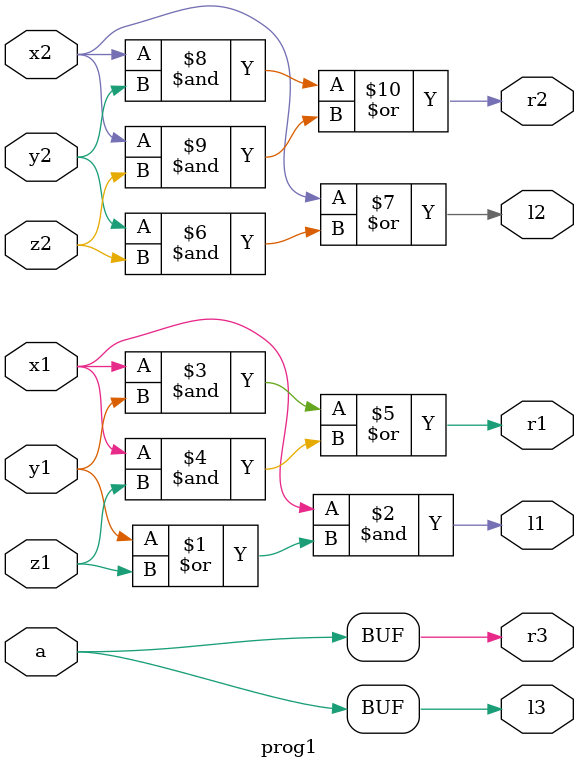
<source format=v>
module prog1(x1, y1, z1, l1, r1, x2, y2, z2, l2, r2, a, l3, r3);
input x1, y1, z1, x2, y2, z2, a;
output l1, r1, l2, r2, l3, r3;

assign l1 = x1&(y1|z1);
assign r1 = x1&y1 | x1&z1;

assign l2 = x2|(y2&z2);
assign r2 = (x2&y2)|(x2&z2);

assign l3 = ~(~a);
assign r3 = a;

endmodule

</source>
